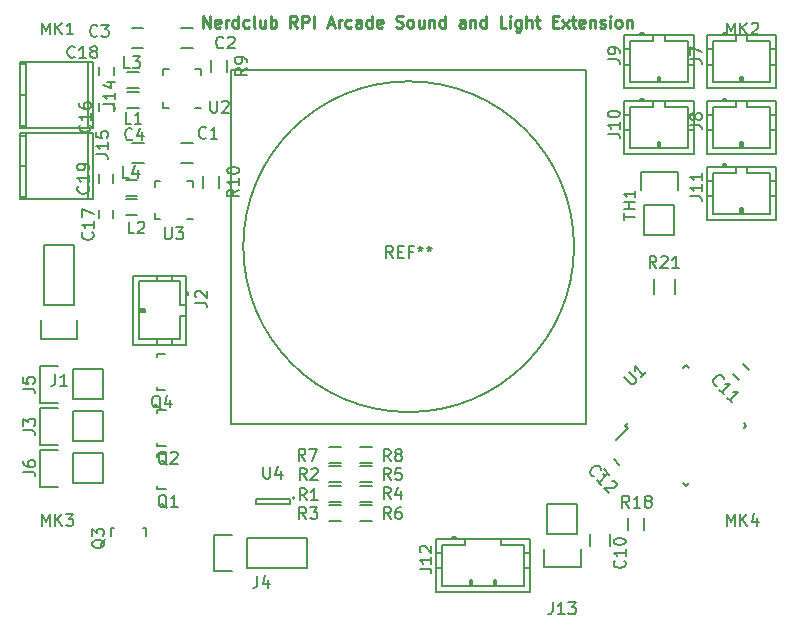
<source format=gto>
G04 #@! TF.GenerationSoftware,KiCad,Pcbnew,5.0.0-fee4fd1~66~ubuntu18.04.1*
G04 #@! TF.CreationDate,2018-10-05T21:53:21+02:00*
G04 #@! TF.ProjectId,rasle,7261736C652E6B696361645F70636200,rev?*
G04 #@! TF.SameCoordinates,Original*
G04 #@! TF.FileFunction,Legend,Top*
G04 #@! TF.FilePolarity,Positive*
%FSLAX46Y46*%
G04 Gerber Fmt 4.6, Leading zero omitted, Abs format (unit mm)*
G04 Created by KiCad (PCBNEW 5.0.0-fee4fd1~66~ubuntu18.04.1) date Fri Oct  5 21:53:21 2018*
%MOMM*%
%LPD*%
G01*
G04 APERTURE LIST*
%ADD10C,0.250000*%
%ADD11C,0.150000*%
G04 APERTURE END LIST*
D10*
X215842342Y-101074780D02*
X215842342Y-100074780D01*
X216413771Y-101074780D01*
X216413771Y-100074780D01*
X217270914Y-101027161D02*
X217175676Y-101074780D01*
X216985200Y-101074780D01*
X216889961Y-101027161D01*
X216842342Y-100931923D01*
X216842342Y-100550971D01*
X216889961Y-100455733D01*
X216985200Y-100408114D01*
X217175676Y-100408114D01*
X217270914Y-100455733D01*
X217318533Y-100550971D01*
X217318533Y-100646209D01*
X216842342Y-100741447D01*
X217747104Y-101074780D02*
X217747104Y-100408114D01*
X217747104Y-100598590D02*
X217794723Y-100503352D01*
X217842342Y-100455733D01*
X217937580Y-100408114D01*
X218032819Y-100408114D01*
X218794723Y-101074780D02*
X218794723Y-100074780D01*
X218794723Y-101027161D02*
X218699485Y-101074780D01*
X218509009Y-101074780D01*
X218413771Y-101027161D01*
X218366152Y-100979542D01*
X218318533Y-100884304D01*
X218318533Y-100598590D01*
X218366152Y-100503352D01*
X218413771Y-100455733D01*
X218509009Y-100408114D01*
X218699485Y-100408114D01*
X218794723Y-100455733D01*
X219699485Y-101027161D02*
X219604247Y-101074780D01*
X219413771Y-101074780D01*
X219318533Y-101027161D01*
X219270914Y-100979542D01*
X219223295Y-100884304D01*
X219223295Y-100598590D01*
X219270914Y-100503352D01*
X219318533Y-100455733D01*
X219413771Y-100408114D01*
X219604247Y-100408114D01*
X219699485Y-100455733D01*
X220270914Y-101074780D02*
X220175676Y-101027161D01*
X220128057Y-100931923D01*
X220128057Y-100074780D01*
X221080438Y-100408114D02*
X221080438Y-101074780D01*
X220651866Y-100408114D02*
X220651866Y-100931923D01*
X220699485Y-101027161D01*
X220794723Y-101074780D01*
X220937580Y-101074780D01*
X221032819Y-101027161D01*
X221080438Y-100979542D01*
X221556628Y-101074780D02*
X221556628Y-100074780D01*
X221556628Y-100455733D02*
X221651866Y-100408114D01*
X221842342Y-100408114D01*
X221937580Y-100455733D01*
X221985200Y-100503352D01*
X222032819Y-100598590D01*
X222032819Y-100884304D01*
X221985200Y-100979542D01*
X221937580Y-101027161D01*
X221842342Y-101074780D01*
X221651866Y-101074780D01*
X221556628Y-101027161D01*
X223794723Y-101074780D02*
X223461390Y-100598590D01*
X223223295Y-101074780D02*
X223223295Y-100074780D01*
X223604247Y-100074780D01*
X223699485Y-100122400D01*
X223747104Y-100170019D01*
X223794723Y-100265257D01*
X223794723Y-100408114D01*
X223747104Y-100503352D01*
X223699485Y-100550971D01*
X223604247Y-100598590D01*
X223223295Y-100598590D01*
X224223295Y-101074780D02*
X224223295Y-100074780D01*
X224604247Y-100074780D01*
X224699485Y-100122400D01*
X224747104Y-100170019D01*
X224794723Y-100265257D01*
X224794723Y-100408114D01*
X224747104Y-100503352D01*
X224699485Y-100550971D01*
X224604247Y-100598590D01*
X224223295Y-100598590D01*
X225223295Y-101074780D02*
X225223295Y-100074780D01*
X226413771Y-100789066D02*
X226889961Y-100789066D01*
X226318533Y-101074780D02*
X226651866Y-100074780D01*
X226985200Y-101074780D01*
X227318533Y-101074780D02*
X227318533Y-100408114D01*
X227318533Y-100598590D02*
X227366152Y-100503352D01*
X227413771Y-100455733D01*
X227509009Y-100408114D01*
X227604247Y-100408114D01*
X228366152Y-101027161D02*
X228270914Y-101074780D01*
X228080438Y-101074780D01*
X227985200Y-101027161D01*
X227937580Y-100979542D01*
X227889961Y-100884304D01*
X227889961Y-100598590D01*
X227937580Y-100503352D01*
X227985200Y-100455733D01*
X228080438Y-100408114D01*
X228270914Y-100408114D01*
X228366152Y-100455733D01*
X229223295Y-101074780D02*
X229223295Y-100550971D01*
X229175676Y-100455733D01*
X229080438Y-100408114D01*
X228889961Y-100408114D01*
X228794723Y-100455733D01*
X229223295Y-101027161D02*
X229128057Y-101074780D01*
X228889961Y-101074780D01*
X228794723Y-101027161D01*
X228747104Y-100931923D01*
X228747104Y-100836685D01*
X228794723Y-100741447D01*
X228889961Y-100693828D01*
X229128057Y-100693828D01*
X229223295Y-100646209D01*
X230128057Y-101074780D02*
X230128057Y-100074780D01*
X230128057Y-101027161D02*
X230032819Y-101074780D01*
X229842342Y-101074780D01*
X229747104Y-101027161D01*
X229699485Y-100979542D01*
X229651866Y-100884304D01*
X229651866Y-100598590D01*
X229699485Y-100503352D01*
X229747104Y-100455733D01*
X229842342Y-100408114D01*
X230032819Y-100408114D01*
X230128057Y-100455733D01*
X230985200Y-101027161D02*
X230889961Y-101074780D01*
X230699485Y-101074780D01*
X230604247Y-101027161D01*
X230556628Y-100931923D01*
X230556628Y-100550971D01*
X230604247Y-100455733D01*
X230699485Y-100408114D01*
X230889961Y-100408114D01*
X230985200Y-100455733D01*
X231032819Y-100550971D01*
X231032819Y-100646209D01*
X230556628Y-100741447D01*
X232175676Y-101027161D02*
X232318533Y-101074780D01*
X232556628Y-101074780D01*
X232651866Y-101027161D01*
X232699485Y-100979542D01*
X232747104Y-100884304D01*
X232747104Y-100789066D01*
X232699485Y-100693828D01*
X232651866Y-100646209D01*
X232556628Y-100598590D01*
X232366152Y-100550971D01*
X232270914Y-100503352D01*
X232223295Y-100455733D01*
X232175676Y-100360495D01*
X232175676Y-100265257D01*
X232223295Y-100170019D01*
X232270914Y-100122400D01*
X232366152Y-100074780D01*
X232604247Y-100074780D01*
X232747104Y-100122400D01*
X233318533Y-101074780D02*
X233223295Y-101027161D01*
X233175676Y-100979542D01*
X233128057Y-100884304D01*
X233128057Y-100598590D01*
X233175676Y-100503352D01*
X233223295Y-100455733D01*
X233318533Y-100408114D01*
X233461390Y-100408114D01*
X233556628Y-100455733D01*
X233604247Y-100503352D01*
X233651866Y-100598590D01*
X233651866Y-100884304D01*
X233604247Y-100979542D01*
X233556628Y-101027161D01*
X233461390Y-101074780D01*
X233318533Y-101074780D01*
X234509009Y-100408114D02*
X234509009Y-101074780D01*
X234080438Y-100408114D02*
X234080438Y-100931923D01*
X234128057Y-101027161D01*
X234223295Y-101074780D01*
X234366152Y-101074780D01*
X234461390Y-101027161D01*
X234509009Y-100979542D01*
X234985200Y-100408114D02*
X234985200Y-101074780D01*
X234985200Y-100503352D02*
X235032819Y-100455733D01*
X235128057Y-100408114D01*
X235270914Y-100408114D01*
X235366152Y-100455733D01*
X235413771Y-100550971D01*
X235413771Y-101074780D01*
X236318533Y-101074780D02*
X236318533Y-100074780D01*
X236318533Y-101027161D02*
X236223295Y-101074780D01*
X236032819Y-101074780D01*
X235937580Y-101027161D01*
X235889961Y-100979542D01*
X235842342Y-100884304D01*
X235842342Y-100598590D01*
X235889961Y-100503352D01*
X235937580Y-100455733D01*
X236032819Y-100408114D01*
X236223295Y-100408114D01*
X236318533Y-100455733D01*
X237985199Y-101074780D02*
X237985199Y-100550971D01*
X237937580Y-100455733D01*
X237842342Y-100408114D01*
X237651866Y-100408114D01*
X237556628Y-100455733D01*
X237985199Y-101027161D02*
X237889961Y-101074780D01*
X237651866Y-101074780D01*
X237556628Y-101027161D01*
X237509009Y-100931923D01*
X237509009Y-100836685D01*
X237556628Y-100741447D01*
X237651866Y-100693828D01*
X237889961Y-100693828D01*
X237985199Y-100646209D01*
X238461390Y-100408114D02*
X238461390Y-101074780D01*
X238461390Y-100503352D02*
X238509009Y-100455733D01*
X238604247Y-100408114D01*
X238747104Y-100408114D01*
X238842342Y-100455733D01*
X238889961Y-100550971D01*
X238889961Y-101074780D01*
X239794723Y-101074780D02*
X239794723Y-100074780D01*
X239794723Y-101027161D02*
X239699485Y-101074780D01*
X239509009Y-101074780D01*
X239413771Y-101027161D01*
X239366152Y-100979542D01*
X239318533Y-100884304D01*
X239318533Y-100598590D01*
X239366152Y-100503352D01*
X239413771Y-100455733D01*
X239509009Y-100408114D01*
X239699485Y-100408114D01*
X239794723Y-100455733D01*
X241509009Y-101074780D02*
X241032819Y-101074780D01*
X241032819Y-100074780D01*
X241842342Y-101074780D02*
X241842342Y-100408114D01*
X241842342Y-100074780D02*
X241794723Y-100122400D01*
X241842342Y-100170019D01*
X241889961Y-100122400D01*
X241842342Y-100074780D01*
X241842342Y-100170019D01*
X242747104Y-100408114D02*
X242747104Y-101217638D01*
X242699485Y-101312876D01*
X242651866Y-101360495D01*
X242556628Y-101408114D01*
X242413771Y-101408114D01*
X242318533Y-101360495D01*
X242747104Y-101027161D02*
X242651866Y-101074780D01*
X242461390Y-101074780D01*
X242366152Y-101027161D01*
X242318533Y-100979542D01*
X242270914Y-100884304D01*
X242270914Y-100598590D01*
X242318533Y-100503352D01*
X242366152Y-100455733D01*
X242461390Y-100408114D01*
X242651866Y-100408114D01*
X242747104Y-100455733D01*
X243223295Y-101074780D02*
X243223295Y-100074780D01*
X243651866Y-101074780D02*
X243651866Y-100550971D01*
X243604247Y-100455733D01*
X243509009Y-100408114D01*
X243366152Y-100408114D01*
X243270914Y-100455733D01*
X243223295Y-100503352D01*
X243985199Y-100408114D02*
X244366152Y-100408114D01*
X244128057Y-100074780D02*
X244128057Y-100931923D01*
X244175676Y-101027161D01*
X244270914Y-101074780D01*
X244366152Y-101074780D01*
X245461390Y-100550971D02*
X245794723Y-100550971D01*
X245937580Y-101074780D02*
X245461390Y-101074780D01*
X245461390Y-100074780D01*
X245937580Y-100074780D01*
X246270914Y-101074780D02*
X246794723Y-100408114D01*
X246270914Y-100408114D02*
X246794723Y-101074780D01*
X247032819Y-100408114D02*
X247413771Y-100408114D01*
X247175676Y-100074780D02*
X247175676Y-100931923D01*
X247223295Y-101027161D01*
X247318533Y-101074780D01*
X247413771Y-101074780D01*
X248128057Y-101027161D02*
X248032819Y-101074780D01*
X247842342Y-101074780D01*
X247747104Y-101027161D01*
X247699485Y-100931923D01*
X247699485Y-100550971D01*
X247747104Y-100455733D01*
X247842342Y-100408114D01*
X248032819Y-100408114D01*
X248128057Y-100455733D01*
X248175676Y-100550971D01*
X248175676Y-100646209D01*
X247699485Y-100741447D01*
X248604247Y-100408114D02*
X248604247Y-101074780D01*
X248604247Y-100503352D02*
X248651866Y-100455733D01*
X248747104Y-100408114D01*
X248889961Y-100408114D01*
X248985199Y-100455733D01*
X249032819Y-100550971D01*
X249032819Y-101074780D01*
X249461390Y-101027161D02*
X249556628Y-101074780D01*
X249747104Y-101074780D01*
X249842342Y-101027161D01*
X249889961Y-100931923D01*
X249889961Y-100884304D01*
X249842342Y-100789066D01*
X249747104Y-100741447D01*
X249604247Y-100741447D01*
X249509009Y-100693828D01*
X249461390Y-100598590D01*
X249461390Y-100550971D01*
X249509009Y-100455733D01*
X249604247Y-100408114D01*
X249747104Y-100408114D01*
X249842342Y-100455733D01*
X250318533Y-101074780D02*
X250318533Y-100408114D01*
X250318533Y-100074780D02*
X250270914Y-100122400D01*
X250318533Y-100170019D01*
X250366152Y-100122400D01*
X250318533Y-100074780D01*
X250318533Y-100170019D01*
X250937580Y-101074780D02*
X250842342Y-101027161D01*
X250794723Y-100979542D01*
X250747104Y-100884304D01*
X250747104Y-100598590D01*
X250794723Y-100503352D01*
X250842342Y-100455733D01*
X250937580Y-100408114D01*
X251080438Y-100408114D01*
X251175676Y-100455733D01*
X251223295Y-100503352D01*
X251270914Y-100598590D01*
X251270914Y-100884304D01*
X251223295Y-100979542D01*
X251175676Y-101027161D01*
X251080438Y-101074780D01*
X250937580Y-101074780D01*
X251699485Y-100408114D02*
X251699485Y-101074780D01*
X251699485Y-100503352D02*
X251747104Y-100455733D01*
X251842342Y-100408114D01*
X251985199Y-100408114D01*
X252080438Y-100455733D01*
X252128057Y-100550971D01*
X252128057Y-101074780D01*
D11*
G04 #@! TO.C,REF\002A\002A*
X247245400Y-119618400D02*
G75*
G03X247245400Y-119618400I-14000000J0D01*
G01*
X218245400Y-104618400D02*
X248245400Y-104618400D01*
X248245400Y-104618400D02*
X248245400Y-134618400D01*
X248245400Y-134618400D02*
X218245400Y-134618400D01*
X218245400Y-134618400D02*
X218245400Y-104618400D01*
G04 #@! TO.C,R8*
X230141800Y-137924200D02*
X229141800Y-137924200D01*
X229141800Y-136574200D02*
X230141800Y-136574200D01*
G04 #@! TO.C,R4*
X230141800Y-141226200D02*
X229141800Y-141226200D01*
X229141800Y-139876200D02*
X230141800Y-139876200D01*
G04 #@! TO.C,U4*
X223578000Y-140894000D02*
G75*
G03X223578000Y-140894000I-100000J0D01*
G01*
X223228000Y-141444000D02*
X223228000Y-140944000D01*
X220328000Y-141444000D02*
X223228000Y-141444000D01*
X220328000Y-140944000D02*
X220328000Y-141444000D01*
X223228000Y-140944000D02*
X220328000Y-140944000D01*
G04 #@! TO.C,J2*
X210400000Y-125015800D02*
X210900000Y-125015800D01*
X210900000Y-125115800D02*
X210400000Y-125115800D01*
X210900000Y-124915800D02*
X210900000Y-125115800D01*
X210400000Y-124915800D02*
X210900000Y-124915800D01*
X214500000Y-123715800D02*
X214500000Y-123415800D01*
X214600000Y-123415800D02*
X214400000Y-123415800D01*
X214600000Y-123715800D02*
X214600000Y-123415800D01*
X214400000Y-123715800D02*
X214600000Y-123715800D01*
X211900000Y-127465800D02*
X211900000Y-127965800D01*
X213200000Y-127465800D02*
X213200000Y-127965800D01*
X211900000Y-122065800D02*
X211900000Y-122565800D01*
X213200000Y-122065800D02*
X213200000Y-122565800D01*
X213900000Y-125515800D02*
X214400000Y-125515800D01*
X213900000Y-127465800D02*
X213900000Y-125515800D01*
X210400000Y-127465800D02*
X213900000Y-127465800D01*
X210400000Y-122565800D02*
X210400000Y-127465800D01*
X213900000Y-122565800D02*
X210400000Y-122565800D01*
X213900000Y-124515800D02*
X213900000Y-122565800D01*
X214400000Y-124515800D02*
X213900000Y-124515800D01*
X209900000Y-127965800D02*
X209900000Y-122065800D01*
X214400000Y-127965800D02*
X209900000Y-127965800D01*
X214400000Y-122065800D02*
X214400000Y-127965800D01*
X209900000Y-122065800D02*
X214400000Y-122065800D01*
G04 #@! TO.C,C4*
X210812400Y-110872200D02*
X209812400Y-110872200D01*
X209812400Y-112572200D02*
X210812400Y-112572200D01*
G04 #@! TO.C,J1*
X204927600Y-124574600D02*
X204927600Y-119494600D01*
X204927600Y-119494600D02*
X202387600Y-119494600D01*
X202387600Y-119494600D02*
X202387600Y-124574600D01*
X202107600Y-127394600D02*
X202107600Y-125844600D01*
X202387600Y-124574600D02*
X204927600Y-124574600D01*
X205207600Y-125844600D02*
X205207600Y-127394600D01*
X205207600Y-127394600D02*
X202107600Y-127394600D01*
G04 #@! TO.C,J11*
X261426600Y-116841600D02*
X261426600Y-116341600D01*
X261526600Y-116341600D02*
X261526600Y-116841600D01*
X261326600Y-116341600D02*
X261526600Y-116341600D01*
X261326600Y-116841600D02*
X261326600Y-116341600D01*
X260126600Y-112741600D02*
X259826600Y-112741600D01*
X259826600Y-112641600D02*
X259826600Y-112841600D01*
X260126600Y-112641600D02*
X259826600Y-112641600D01*
X260126600Y-112841600D02*
X260126600Y-112641600D01*
X263876600Y-115341600D02*
X264376600Y-115341600D01*
X263876600Y-114041600D02*
X264376600Y-114041600D01*
X258476600Y-115341600D02*
X258976600Y-115341600D01*
X258476600Y-114041600D02*
X258976600Y-114041600D01*
X261926600Y-113341600D02*
X261926600Y-112841600D01*
X263876600Y-113341600D02*
X261926600Y-113341600D01*
X263876600Y-116841600D02*
X263876600Y-113341600D01*
X258976600Y-116841600D02*
X263876600Y-116841600D01*
X258976600Y-113341600D02*
X258976600Y-116841600D01*
X260926600Y-113341600D02*
X258976600Y-113341600D01*
X260926600Y-112841600D02*
X260926600Y-113341600D01*
X264376600Y-117341600D02*
X258476600Y-117341600D01*
X264376600Y-112841600D02*
X264376600Y-117341600D01*
X258476600Y-112841600D02*
X264376600Y-112841600D01*
X258476600Y-117341600D02*
X258476600Y-112841600D01*
G04 #@! TO.C,J10*
X254448200Y-111279000D02*
X254448200Y-110779000D01*
X254548200Y-110779000D02*
X254548200Y-111279000D01*
X254348200Y-110779000D02*
X254548200Y-110779000D01*
X254348200Y-111279000D02*
X254348200Y-110779000D01*
X253148200Y-107179000D02*
X252848200Y-107179000D01*
X252848200Y-107079000D02*
X252848200Y-107279000D01*
X253148200Y-107079000D02*
X252848200Y-107079000D01*
X253148200Y-107279000D02*
X253148200Y-107079000D01*
X256898200Y-109779000D02*
X257398200Y-109779000D01*
X256898200Y-108479000D02*
X257398200Y-108479000D01*
X251498200Y-109779000D02*
X251998200Y-109779000D01*
X251498200Y-108479000D02*
X251998200Y-108479000D01*
X254948200Y-107779000D02*
X254948200Y-107279000D01*
X256898200Y-107779000D02*
X254948200Y-107779000D01*
X256898200Y-111279000D02*
X256898200Y-107779000D01*
X251998200Y-111279000D02*
X256898200Y-111279000D01*
X251998200Y-107779000D02*
X251998200Y-111279000D01*
X253948200Y-107779000D02*
X251998200Y-107779000D01*
X253948200Y-107279000D02*
X253948200Y-107779000D01*
X257398200Y-111779000D02*
X251498200Y-111779000D01*
X257398200Y-107279000D02*
X257398200Y-111779000D01*
X251498200Y-107279000D02*
X257398200Y-107279000D01*
X251498200Y-111779000D02*
X251498200Y-107279000D01*
G04 #@! TO.C,J7*
X261426600Y-105716400D02*
X261426600Y-105216400D01*
X261526600Y-105216400D02*
X261526600Y-105716400D01*
X261326600Y-105216400D02*
X261526600Y-105216400D01*
X261326600Y-105716400D02*
X261326600Y-105216400D01*
X260126600Y-101616400D02*
X259826600Y-101616400D01*
X259826600Y-101516400D02*
X259826600Y-101716400D01*
X260126600Y-101516400D02*
X259826600Y-101516400D01*
X260126600Y-101716400D02*
X260126600Y-101516400D01*
X263876600Y-104216400D02*
X264376600Y-104216400D01*
X263876600Y-102916400D02*
X264376600Y-102916400D01*
X258476600Y-104216400D02*
X258976600Y-104216400D01*
X258476600Y-102916400D02*
X258976600Y-102916400D01*
X261926600Y-102216400D02*
X261926600Y-101716400D01*
X263876600Y-102216400D02*
X261926600Y-102216400D01*
X263876600Y-105716400D02*
X263876600Y-102216400D01*
X258976600Y-105716400D02*
X263876600Y-105716400D01*
X258976600Y-102216400D02*
X258976600Y-105716400D01*
X260926600Y-102216400D02*
X258976600Y-102216400D01*
X260926600Y-101716400D02*
X260926600Y-102216400D01*
X264376600Y-106216400D02*
X258476600Y-106216400D01*
X264376600Y-101716400D02*
X264376600Y-106216400D01*
X258476600Y-101716400D02*
X264376600Y-101716400D01*
X258476600Y-106216400D02*
X258476600Y-101716400D01*
G04 #@! TO.C,J4*
X216763400Y-147105000D02*
X216763400Y-144005000D01*
X218313400Y-147105000D02*
X216763400Y-147105000D01*
X219583400Y-144285000D02*
X219583400Y-146825000D01*
X216763400Y-144005000D02*
X218313400Y-144005000D01*
X224663400Y-144285000D02*
X219583400Y-144285000D01*
X224663400Y-146825000D02*
X224663400Y-144285000D01*
X219583400Y-146825000D02*
X224663400Y-146825000D01*
G04 #@! TO.C,U1*
X251585430Y-134769642D02*
X251815240Y-134999452D01*
X256711954Y-129643118D02*
X256941764Y-129872928D01*
X261838478Y-134769642D02*
X261608668Y-134539832D01*
X256711954Y-139896166D02*
X256482144Y-139666356D01*
X251585430Y-134769642D02*
X251815240Y-134539832D01*
X256711954Y-139896166D02*
X256941764Y-139666356D01*
X261838478Y-134769642D02*
X261608668Y-134999452D01*
X256711954Y-129643118D02*
X256482144Y-129872928D01*
X251815240Y-134999452D02*
X250807612Y-136007079D01*
G04 #@! TO.C,C11*
X261586357Y-129572129D02*
X262081331Y-130067103D01*
X261232803Y-130915631D02*
X260737829Y-130420657D01*
G04 #@! TO.C,C12*
X250598847Y-137571119D02*
X251093821Y-138066093D01*
X250245293Y-138914621D02*
X249750319Y-138419647D01*
G04 #@! TO.C,Q3*
X210824160Y-143406160D02*
X210775900Y-143406160D01*
X208025180Y-144107200D02*
X208025180Y-143406160D01*
X208025180Y-143406160D02*
X208274100Y-143406160D01*
X210824160Y-143406160D02*
X211024820Y-143406160D01*
X211024820Y-143406160D02*
X211024820Y-144107200D01*
G04 #@! TO.C,J6*
X207391400Y-139662200D02*
X207391400Y-137122200D01*
X204851400Y-139662200D02*
X207391400Y-139662200D01*
X202031400Y-139942200D02*
X202031400Y-136842200D01*
X203581400Y-139942200D02*
X202031400Y-139942200D01*
X204851400Y-137122200D02*
X204851400Y-139662200D01*
X202031400Y-136842200D02*
X203581400Y-136842200D01*
X204851400Y-137122200D02*
X207391400Y-137122200D01*
G04 #@! TO.C,J3*
X207391400Y-136106200D02*
X207391400Y-133566200D01*
X204851400Y-136106200D02*
X207391400Y-136106200D01*
X202031400Y-136386200D02*
X202031400Y-133286200D01*
X203581400Y-136386200D02*
X202031400Y-136386200D01*
X204851400Y-133566200D02*
X204851400Y-136106200D01*
X202031400Y-133286200D02*
X203581400Y-133286200D01*
X204851400Y-133566200D02*
X207391400Y-133566200D01*
G04 #@! TO.C,J5*
X207391400Y-132550200D02*
X207391400Y-130010200D01*
X204851400Y-132550200D02*
X207391400Y-132550200D01*
X202031400Y-132830200D02*
X202031400Y-129730200D01*
X203581400Y-132830200D02*
X202031400Y-132830200D01*
X204851400Y-130010200D02*
X204851400Y-132550200D01*
X202031400Y-129730200D02*
X203581400Y-129730200D01*
X204851400Y-130010200D02*
X207391400Y-130010200D01*
G04 #@! TO.C,Q1*
X211973560Y-137347040D02*
X211973560Y-137395300D01*
X212674600Y-140146020D02*
X211973560Y-140146020D01*
X211973560Y-140146020D02*
X211973560Y-139897100D01*
X211973560Y-137347040D02*
X211973560Y-137146380D01*
X211973560Y-137146380D02*
X212674600Y-137146380D01*
G04 #@! TO.C,R3*
X227513600Y-142877200D02*
X226513600Y-142877200D01*
X226513600Y-141527200D02*
X227513600Y-141527200D01*
G04 #@! TO.C,R1*
X227500200Y-141226200D02*
X226500200Y-141226200D01*
X226500200Y-139876200D02*
X227500200Y-139876200D01*
G04 #@! TO.C,R2*
X227500200Y-139575200D02*
X226500200Y-139575200D01*
X226500200Y-138225200D02*
X227500200Y-138225200D01*
G04 #@! TO.C,R5*
X230141800Y-139575200D02*
X229141800Y-139575200D01*
X229141800Y-138225200D02*
X230141800Y-138225200D01*
G04 #@! TO.C,R6*
X230167200Y-142877200D02*
X229167200Y-142877200D01*
X229167200Y-141527200D02*
X230167200Y-141527200D01*
G04 #@! TO.C,R7*
X227500200Y-137924200D02*
X226500200Y-137924200D01*
X226500200Y-136574200D02*
X227500200Y-136574200D01*
G04 #@! TO.C,R9*
X217845400Y-103830800D02*
X217845400Y-104830800D01*
X216495400Y-104830800D02*
X216495400Y-103830800D01*
G04 #@! TO.C,R10*
X217210400Y-113635200D02*
X217210400Y-114635200D01*
X215860400Y-114635200D02*
X215860400Y-113635200D01*
G04 #@! TO.C,R18*
X251852200Y-143628600D02*
X251852200Y-142628600D01*
X253202200Y-142628600D02*
X253202200Y-143628600D01*
G04 #@! TO.C,C10*
X250329200Y-144962800D02*
X250329200Y-143962800D01*
X248629200Y-143962800D02*
X248629200Y-144962800D01*
G04 #@! TO.C,C3*
X209787000Y-102818600D02*
X210787000Y-102818600D01*
X210787000Y-101118600D02*
X209787000Y-101118600D01*
G04 #@! TO.C,C1*
X214978000Y-110872200D02*
X213978000Y-110872200D01*
X213978000Y-112572200D02*
X214978000Y-112572200D01*
G04 #@! TO.C,C2*
X213983400Y-102818600D02*
X214983400Y-102818600D01*
X214983400Y-101118600D02*
X213983400Y-101118600D01*
G04 #@! TO.C,J8*
X258476600Y-111779000D02*
X258476600Y-107279000D01*
X258476600Y-107279000D02*
X264376600Y-107279000D01*
X264376600Y-107279000D02*
X264376600Y-111779000D01*
X264376600Y-111779000D02*
X258476600Y-111779000D01*
X260926600Y-107279000D02*
X260926600Y-107779000D01*
X260926600Y-107779000D02*
X258976600Y-107779000D01*
X258976600Y-107779000D02*
X258976600Y-111279000D01*
X258976600Y-111279000D02*
X263876600Y-111279000D01*
X263876600Y-111279000D02*
X263876600Y-107779000D01*
X263876600Y-107779000D02*
X261926600Y-107779000D01*
X261926600Y-107779000D02*
X261926600Y-107279000D01*
X258476600Y-108479000D02*
X258976600Y-108479000D01*
X258476600Y-109779000D02*
X258976600Y-109779000D01*
X263876600Y-108479000D02*
X264376600Y-108479000D01*
X263876600Y-109779000D02*
X264376600Y-109779000D01*
X260126600Y-107279000D02*
X260126600Y-107079000D01*
X260126600Y-107079000D02*
X259826600Y-107079000D01*
X259826600Y-107079000D02*
X259826600Y-107279000D01*
X260126600Y-107179000D02*
X259826600Y-107179000D01*
X261326600Y-111279000D02*
X261326600Y-110779000D01*
X261326600Y-110779000D02*
X261526600Y-110779000D01*
X261526600Y-110779000D02*
X261526600Y-111279000D01*
X261426600Y-111279000D02*
X261426600Y-110779000D01*
G04 #@! TO.C,J9*
X251517000Y-106216400D02*
X251517000Y-101716400D01*
X251517000Y-101716400D02*
X257417000Y-101716400D01*
X257417000Y-101716400D02*
X257417000Y-106216400D01*
X257417000Y-106216400D02*
X251517000Y-106216400D01*
X253967000Y-101716400D02*
X253967000Y-102216400D01*
X253967000Y-102216400D02*
X252017000Y-102216400D01*
X252017000Y-102216400D02*
X252017000Y-105716400D01*
X252017000Y-105716400D02*
X256917000Y-105716400D01*
X256917000Y-105716400D02*
X256917000Y-102216400D01*
X256917000Y-102216400D02*
X254967000Y-102216400D01*
X254967000Y-102216400D02*
X254967000Y-101716400D01*
X251517000Y-102916400D02*
X252017000Y-102916400D01*
X251517000Y-104216400D02*
X252017000Y-104216400D01*
X256917000Y-102916400D02*
X257417000Y-102916400D01*
X256917000Y-104216400D02*
X257417000Y-104216400D01*
X253167000Y-101716400D02*
X253167000Y-101516400D01*
X253167000Y-101516400D02*
X252867000Y-101516400D01*
X252867000Y-101516400D02*
X252867000Y-101716400D01*
X253167000Y-101616400D02*
X252867000Y-101616400D01*
X254367000Y-105716400D02*
X254367000Y-105216400D01*
X254367000Y-105216400D02*
X254567000Y-105216400D01*
X254567000Y-105216400D02*
X254567000Y-105716400D01*
X254467000Y-105716400D02*
X254467000Y-105216400D01*
G04 #@! TO.C,J12*
X235597800Y-148863000D02*
X235597800Y-144363000D01*
X235597800Y-144363000D02*
X243497800Y-144363000D01*
X243497800Y-144363000D02*
X243497800Y-148863000D01*
X243497800Y-148863000D02*
X235597800Y-148863000D01*
X238047800Y-144363000D02*
X238047800Y-144863000D01*
X238047800Y-144863000D02*
X236097800Y-144863000D01*
X236097800Y-144863000D02*
X236097800Y-148363000D01*
X236097800Y-148363000D02*
X242997800Y-148363000D01*
X242997800Y-148363000D02*
X242997800Y-144863000D01*
X242997800Y-144863000D02*
X241047800Y-144863000D01*
X241047800Y-144863000D02*
X241047800Y-144363000D01*
X235597800Y-145563000D02*
X236097800Y-145563000D01*
X235597800Y-146863000D02*
X236097800Y-146863000D01*
X242997800Y-145563000D02*
X243497800Y-145563000D01*
X242997800Y-146863000D02*
X243497800Y-146863000D01*
X237247800Y-144363000D02*
X237247800Y-144163000D01*
X237247800Y-144163000D02*
X236947800Y-144163000D01*
X236947800Y-144163000D02*
X236947800Y-144363000D01*
X237247800Y-144263000D02*
X236947800Y-144263000D01*
X238447800Y-148363000D02*
X238447800Y-147863000D01*
X238447800Y-147863000D02*
X238647800Y-147863000D01*
X238647800Y-147863000D02*
X238647800Y-148363000D01*
X238547800Y-148363000D02*
X238547800Y-147863000D01*
X240447800Y-148363000D02*
X240447800Y-147863000D01*
X240447800Y-147863000D02*
X240647800Y-147863000D01*
X240647800Y-147863000D02*
X240647800Y-148363000D01*
X240547800Y-148363000D02*
X240547800Y-147863000D01*
G04 #@! TO.C,Q2*
X211973560Y-133689440D02*
X211973560Y-133737700D01*
X212674600Y-136488420D02*
X211973560Y-136488420D01*
X211973560Y-136488420D02*
X211973560Y-136239500D01*
X211973560Y-133689440D02*
X211973560Y-133488780D01*
X211973560Y-133488780D02*
X212674600Y-133488780D01*
G04 #@! TO.C,Q4*
X211948160Y-128939640D02*
X211948160Y-128987900D01*
X212649200Y-131738620D02*
X211948160Y-131738620D01*
X211948160Y-131738620D02*
X211948160Y-131489700D01*
X211948160Y-128939640D02*
X211948160Y-128738980D01*
X211948160Y-128738980D02*
X212649200Y-128738980D01*
G04 #@! TO.C,R21*
X255764400Y-122387060D02*
X255764400Y-123587060D01*
X254014400Y-123587060D02*
X254014400Y-122387060D01*
G04 #@! TO.C,TH1*
X255753000Y-116124020D02*
X255753000Y-118664020D01*
X256033000Y-113304020D02*
X256033000Y-114854020D01*
X255753000Y-116124020D02*
X253213000Y-116124020D01*
X252933000Y-114854020D02*
X252933000Y-113304020D01*
X252933000Y-113304020D02*
X256033000Y-113304020D01*
X253213000Y-116124020D02*
X253213000Y-118664020D01*
X253213000Y-118664020D02*
X255753000Y-118664020D01*
G04 #@! TO.C,U2*
X212446600Y-107860800D02*
X212946600Y-107860800D01*
X212446600Y-104610800D02*
X212946600Y-104610800D01*
X215696600Y-104610800D02*
X215196600Y-104610800D01*
X215696600Y-107860800D02*
X215196600Y-107860800D01*
X212446600Y-104610800D02*
X212446600Y-105110800D01*
X215696600Y-104610800D02*
X215696600Y-105110800D01*
X212446600Y-107860800D02*
X212446600Y-107360800D01*
G04 #@! TO.C,U3*
X211735400Y-117309600D02*
X211735400Y-116809600D01*
X214985400Y-114059600D02*
X214985400Y-114559600D01*
X211735400Y-114059600D02*
X211735400Y-114559600D01*
X214985400Y-117309600D02*
X214485400Y-117309600D01*
X214985400Y-114059600D02*
X214485400Y-114059600D01*
X211735400Y-114059600D02*
X212235400Y-114059600D01*
X211735400Y-117309600D02*
X212235400Y-117309600D01*
G04 #@! TO.C,C16*
X207070800Y-108123200D02*
X207070800Y-107423200D01*
X208270800Y-107423200D02*
X208270800Y-108123200D01*
G04 #@! TO.C,C17*
X207045400Y-117203000D02*
X207045400Y-116503000D01*
X208245400Y-116503000D02*
X208245400Y-117203000D01*
G04 #@! TO.C,C18*
X207070800Y-105124600D02*
X207070800Y-104424600D01*
X208270800Y-104424600D02*
X208270800Y-105124600D01*
G04 #@! TO.C,C19*
X207045400Y-114205800D02*
X207045400Y-113505800D01*
X208245400Y-113505800D02*
X208245400Y-114205800D01*
G04 #@! TO.C,L1*
X210431400Y-107850600D02*
X209431400Y-107850600D01*
X209431400Y-106500600D02*
X210431400Y-106500600D01*
G04 #@! TO.C,L2*
X210279000Y-116969200D02*
X209279000Y-116969200D01*
X209279000Y-115619200D02*
X210279000Y-115619200D01*
G04 #@! TO.C,L3*
X209431400Y-104849600D02*
X210431400Y-104849600D01*
X210431400Y-106199600D02*
X209431400Y-106199600D01*
G04 #@! TO.C,L4*
X209279000Y-113942800D02*
X210279000Y-113942800D01*
X210279000Y-115292800D02*
X209279000Y-115292800D01*
G04 #@! TO.C,J14*
X206525119Y-103962841D02*
X200327519Y-103962841D01*
X206525119Y-109561001D02*
X206525119Y-103962841D01*
X200327519Y-109561001D02*
X206525119Y-109561001D01*
X200327519Y-103962841D02*
X200327519Y-109561001D01*
X206126339Y-103962841D02*
X206126339Y-109561001D01*
X200327519Y-106761921D02*
X200825359Y-106761921D01*
X200825359Y-109362881D02*
X200327519Y-109362881D01*
X200327519Y-104160961D02*
X200825359Y-104160961D01*
X200825359Y-109561001D02*
X200825359Y-103962841D01*
G04 #@! TO.C,J15*
X200825359Y-115611001D02*
X200825359Y-110012841D01*
X200327519Y-110210961D02*
X200825359Y-110210961D01*
X200825359Y-115412881D02*
X200327519Y-115412881D01*
X200327519Y-112811921D02*
X200825359Y-112811921D01*
X206126339Y-110012841D02*
X206126339Y-115611001D01*
X200327519Y-110012841D02*
X200327519Y-115611001D01*
X200327519Y-115611001D02*
X206525119Y-115611001D01*
X206525119Y-115611001D02*
X206525119Y-110012841D01*
X206525119Y-110012841D02*
X200327519Y-110012841D01*
G04 #@! TO.C,J13*
X244983400Y-143904000D02*
X244983400Y-141364000D01*
X244703400Y-146724000D02*
X244703400Y-145174000D01*
X244983400Y-143904000D02*
X247523400Y-143904000D01*
X247803400Y-145174000D02*
X247803400Y-146724000D01*
X247803400Y-146724000D02*
X244703400Y-146724000D01*
X247523400Y-143904000D02*
X247523400Y-141364000D01*
X247523400Y-141364000D02*
X244983400Y-141364000D01*
G04 #@! TO.C,REF\002A\002A*
X231912066Y-120570780D02*
X231578733Y-120094590D01*
X231340638Y-120570780D02*
X231340638Y-119570780D01*
X231721590Y-119570780D01*
X231816828Y-119618400D01*
X231864447Y-119666019D01*
X231912066Y-119761257D01*
X231912066Y-119904114D01*
X231864447Y-119999352D01*
X231816828Y-120046971D01*
X231721590Y-120094590D01*
X231340638Y-120094590D01*
X232340638Y-120046971D02*
X232673971Y-120046971D01*
X232816828Y-120570780D02*
X232340638Y-120570780D01*
X232340638Y-119570780D01*
X232816828Y-119570780D01*
X233578733Y-120046971D02*
X233245400Y-120046971D01*
X233245400Y-120570780D02*
X233245400Y-119570780D01*
X233721590Y-119570780D01*
X234245400Y-119570780D02*
X234245400Y-119808876D01*
X234007304Y-119713638D02*
X234245400Y-119808876D01*
X234483495Y-119713638D01*
X234102542Y-119999352D02*
X234245400Y-119808876D01*
X234388257Y-119999352D01*
X235007304Y-119570780D02*
X235007304Y-119808876D01*
X234769209Y-119713638D02*
X235007304Y-119808876D01*
X235245400Y-119713638D01*
X234864447Y-119999352D02*
X235007304Y-119808876D01*
X235150161Y-119999352D01*
G04 #@! TO.C,R8*
X231710333Y-137777780D02*
X231377000Y-137301590D01*
X231138904Y-137777780D02*
X231138904Y-136777780D01*
X231519857Y-136777780D01*
X231615095Y-136825400D01*
X231662714Y-136873019D01*
X231710333Y-136968257D01*
X231710333Y-137111114D01*
X231662714Y-137206352D01*
X231615095Y-137253971D01*
X231519857Y-137301590D01*
X231138904Y-137301590D01*
X232281761Y-137206352D02*
X232186523Y-137158733D01*
X232138904Y-137111114D01*
X232091285Y-137015876D01*
X232091285Y-136968257D01*
X232138904Y-136873019D01*
X232186523Y-136825400D01*
X232281761Y-136777780D01*
X232472238Y-136777780D01*
X232567476Y-136825400D01*
X232615095Y-136873019D01*
X232662714Y-136968257D01*
X232662714Y-137015876D01*
X232615095Y-137111114D01*
X232567476Y-137158733D01*
X232472238Y-137206352D01*
X232281761Y-137206352D01*
X232186523Y-137253971D01*
X232138904Y-137301590D01*
X232091285Y-137396828D01*
X232091285Y-137587304D01*
X232138904Y-137682542D01*
X232186523Y-137730161D01*
X232281761Y-137777780D01*
X232472238Y-137777780D01*
X232567476Y-137730161D01*
X232615095Y-137682542D01*
X232662714Y-137587304D01*
X232662714Y-137396828D01*
X232615095Y-137301590D01*
X232567476Y-137253971D01*
X232472238Y-137206352D01*
G04 #@! TO.C,R4*
X231710333Y-140978180D02*
X231377000Y-140501990D01*
X231138904Y-140978180D02*
X231138904Y-139978180D01*
X231519857Y-139978180D01*
X231615095Y-140025800D01*
X231662714Y-140073419D01*
X231710333Y-140168657D01*
X231710333Y-140311514D01*
X231662714Y-140406752D01*
X231615095Y-140454371D01*
X231519857Y-140501990D01*
X231138904Y-140501990D01*
X232567476Y-140311514D02*
X232567476Y-140978180D01*
X232329380Y-139930561D02*
X232091285Y-140644847D01*
X232710333Y-140644847D01*
G04 #@! TO.C,U4*
X220955095Y-138250980D02*
X220955095Y-139060504D01*
X221002714Y-139155742D01*
X221050333Y-139203361D01*
X221145571Y-139250980D01*
X221336047Y-139250980D01*
X221431285Y-139203361D01*
X221478904Y-139155742D01*
X221526523Y-139060504D01*
X221526523Y-138250980D01*
X222431285Y-138584314D02*
X222431285Y-139250980D01*
X222193190Y-138203361D02*
X221955095Y-138917647D01*
X222574142Y-138917647D01*
G04 #@! TO.C,J2*
X215152380Y-124349133D02*
X215866666Y-124349133D01*
X216009523Y-124396752D01*
X216104761Y-124491990D01*
X216152380Y-124634847D01*
X216152380Y-124730085D01*
X215247619Y-123920561D02*
X215200000Y-123872942D01*
X215152380Y-123777704D01*
X215152380Y-123539609D01*
X215200000Y-123444371D01*
X215247619Y-123396752D01*
X215342857Y-123349133D01*
X215438095Y-123349133D01*
X215580952Y-123396752D01*
X216152380Y-123968180D01*
X216152380Y-123349133D01*
G04 #@! TO.C,C4*
X209850333Y-110504542D02*
X209802714Y-110552161D01*
X209659857Y-110599780D01*
X209564619Y-110599780D01*
X209421761Y-110552161D01*
X209326523Y-110456923D01*
X209278904Y-110361685D01*
X209231285Y-110171209D01*
X209231285Y-110028352D01*
X209278904Y-109837876D01*
X209326523Y-109742638D01*
X209421761Y-109647400D01*
X209564619Y-109599780D01*
X209659857Y-109599780D01*
X209802714Y-109647400D01*
X209850333Y-109695019D01*
X210707476Y-109933114D02*
X210707476Y-110599780D01*
X210469380Y-109552161D02*
X210231285Y-110266447D01*
X210850333Y-110266447D01*
G04 #@! TO.C,J1*
X203324266Y-130396980D02*
X203324266Y-131111266D01*
X203276647Y-131254123D01*
X203181409Y-131349361D01*
X203038552Y-131396980D01*
X202943314Y-131396980D01*
X204324266Y-131396980D02*
X203752838Y-131396980D01*
X204038552Y-131396980D02*
X204038552Y-130396980D01*
X203943314Y-130539838D01*
X203848076Y-130635076D01*
X203752838Y-130682695D01*
G04 #@! TO.C,J11*
X257084980Y-115351123D02*
X257799266Y-115351123D01*
X257942123Y-115398742D01*
X258037361Y-115493980D01*
X258084980Y-115636838D01*
X258084980Y-115732076D01*
X258084980Y-114351123D02*
X258084980Y-114922552D01*
X258084980Y-114636838D02*
X257084980Y-114636838D01*
X257227838Y-114732076D01*
X257323076Y-114827314D01*
X257370695Y-114922552D01*
X258084980Y-113398742D02*
X258084980Y-113970171D01*
X258084980Y-113684457D02*
X257084980Y-113684457D01*
X257227838Y-113779695D01*
X257323076Y-113874933D01*
X257370695Y-113970171D01*
G04 #@! TO.C,J10*
X250106580Y-110042523D02*
X250820866Y-110042523D01*
X250963723Y-110090142D01*
X251058961Y-110185380D01*
X251106580Y-110328238D01*
X251106580Y-110423476D01*
X251106580Y-109042523D02*
X251106580Y-109613952D01*
X251106580Y-109328238D02*
X250106580Y-109328238D01*
X250249438Y-109423476D01*
X250344676Y-109518714D01*
X250392295Y-109613952D01*
X250106580Y-108423476D02*
X250106580Y-108328238D01*
X250154200Y-108233000D01*
X250201819Y-108185380D01*
X250297057Y-108137761D01*
X250487533Y-108090142D01*
X250725628Y-108090142D01*
X250916104Y-108137761D01*
X251011342Y-108185380D01*
X251058961Y-108233000D01*
X251106580Y-108328238D01*
X251106580Y-108423476D01*
X251058961Y-108518714D01*
X251011342Y-108566333D01*
X250916104Y-108613952D01*
X250725628Y-108661571D01*
X250487533Y-108661571D01*
X250297057Y-108613952D01*
X250201819Y-108566333D01*
X250154200Y-108518714D01*
X250106580Y-108423476D01*
G04 #@! TO.C,J7*
X257084980Y-103749733D02*
X257799266Y-103749733D01*
X257942123Y-103797352D01*
X258037361Y-103892590D01*
X258084980Y-104035447D01*
X258084980Y-104130685D01*
X257084980Y-103368780D02*
X257084980Y-102702114D01*
X258084980Y-103130685D01*
G04 #@! TO.C,J4*
X220443866Y-147496580D02*
X220443866Y-148210866D01*
X220396247Y-148353723D01*
X220301009Y-148448961D01*
X220158152Y-148496580D01*
X220062914Y-148496580D01*
X221348628Y-147829914D02*
X221348628Y-148496580D01*
X221110533Y-147448961D02*
X220872438Y-148163247D01*
X221491485Y-148163247D01*
G04 #@! TO.C,U1*
X251507984Y-130643168D02*
X252080404Y-131215588D01*
X252181419Y-131249260D01*
X252248763Y-131249260D01*
X252349778Y-131215588D01*
X252484465Y-131080901D01*
X252518137Y-130979886D01*
X252518137Y-130912542D01*
X252484465Y-130811527D01*
X251912045Y-130239107D01*
X253326259Y-130239107D02*
X252922198Y-130643168D01*
X253124228Y-130441138D02*
X252417122Y-129734031D01*
X252450793Y-129902390D01*
X252450793Y-130037077D01*
X252417122Y-130138092D01*
G04 #@! TO.C,C11*
X259358970Y-131385352D02*
X259291626Y-131385352D01*
X259156939Y-131318008D01*
X259089596Y-131250665D01*
X259022252Y-131115978D01*
X259022252Y-130981291D01*
X259055924Y-130880276D01*
X259156939Y-130711917D01*
X259257954Y-130610902D01*
X259426313Y-130509886D01*
X259527328Y-130476215D01*
X259662015Y-130476215D01*
X259796702Y-130543558D01*
X259864046Y-130610902D01*
X259931389Y-130745589D01*
X259931389Y-130812932D01*
X259965061Y-132126131D02*
X259561000Y-131722070D01*
X259763031Y-131924100D02*
X260470138Y-131216993D01*
X260301779Y-131250665D01*
X260167092Y-131250665D01*
X260066077Y-131216993D01*
X260638496Y-132799566D02*
X260234435Y-132395505D01*
X260436466Y-132597535D02*
X261143573Y-131890428D01*
X260975214Y-131924100D01*
X260840527Y-131924100D01*
X260739512Y-131890428D01*
G04 #@! TO.C,C12*
X248965663Y-139069539D02*
X248898319Y-139069539D01*
X248763632Y-139002195D01*
X248696289Y-138934852D01*
X248628945Y-138800165D01*
X248628945Y-138665478D01*
X248662617Y-138564463D01*
X248763632Y-138396104D01*
X248864647Y-138295089D01*
X249033006Y-138194073D01*
X249134021Y-138160402D01*
X249268708Y-138160402D01*
X249403395Y-138227745D01*
X249470739Y-138295089D01*
X249538082Y-138429776D01*
X249538082Y-138497119D01*
X249571754Y-139810318D02*
X249167693Y-139406257D01*
X249369724Y-139608287D02*
X250076831Y-138901180D01*
X249908472Y-138934852D01*
X249773785Y-138934852D01*
X249672770Y-138901180D01*
X250480892Y-139439928D02*
X250548235Y-139439928D01*
X250649250Y-139473600D01*
X250817609Y-139641959D01*
X250851281Y-139742974D01*
X250851281Y-139810318D01*
X250817609Y-139911333D01*
X250750266Y-139978676D01*
X250615579Y-140046020D01*
X249807457Y-140046020D01*
X250245189Y-140483753D01*
G04 #@! TO.C,Q3*
X207532619Y-144405638D02*
X207485000Y-144500876D01*
X207389761Y-144596114D01*
X207246904Y-144738971D01*
X207199285Y-144834209D01*
X207199285Y-144929447D01*
X207437380Y-144881828D02*
X207389761Y-144977066D01*
X207294523Y-145072304D01*
X207104047Y-145119923D01*
X206770714Y-145119923D01*
X206580238Y-145072304D01*
X206485000Y-144977066D01*
X206437380Y-144881828D01*
X206437380Y-144691352D01*
X206485000Y-144596114D01*
X206580238Y-144500876D01*
X206770714Y-144453257D01*
X207104047Y-144453257D01*
X207294523Y-144500876D01*
X207389761Y-144596114D01*
X207437380Y-144691352D01*
X207437380Y-144881828D01*
X206437380Y-144119923D02*
X206437380Y-143500876D01*
X206818333Y-143834209D01*
X206818333Y-143691352D01*
X206865952Y-143596114D01*
X206913571Y-143548495D01*
X207008809Y-143500876D01*
X207246904Y-143500876D01*
X207342142Y-143548495D01*
X207389761Y-143596114D01*
X207437380Y-143691352D01*
X207437380Y-143977066D01*
X207389761Y-144072304D01*
X207342142Y-144119923D01*
G04 #@! TO.C,J6*
X200620780Y-138674733D02*
X201335066Y-138674733D01*
X201477923Y-138722352D01*
X201573161Y-138817590D01*
X201620780Y-138960447D01*
X201620780Y-139055685D01*
X200620780Y-137769971D02*
X200620780Y-137960447D01*
X200668400Y-138055685D01*
X200716019Y-138103304D01*
X200858876Y-138198542D01*
X201049352Y-138246161D01*
X201430304Y-138246161D01*
X201525542Y-138198542D01*
X201573161Y-138150923D01*
X201620780Y-138055685D01*
X201620780Y-137865209D01*
X201573161Y-137769971D01*
X201525542Y-137722352D01*
X201430304Y-137674733D01*
X201192209Y-137674733D01*
X201096971Y-137722352D01*
X201049352Y-137769971D01*
X201001733Y-137865209D01*
X201001733Y-138055685D01*
X201049352Y-138150923D01*
X201096971Y-138198542D01*
X201192209Y-138246161D01*
G04 #@! TO.C,J3*
X200620780Y-135169533D02*
X201335066Y-135169533D01*
X201477923Y-135217152D01*
X201573161Y-135312390D01*
X201620780Y-135455247D01*
X201620780Y-135550485D01*
X200620780Y-134788580D02*
X200620780Y-134169533D01*
X201001733Y-134502866D01*
X201001733Y-134360009D01*
X201049352Y-134264771D01*
X201096971Y-134217152D01*
X201192209Y-134169533D01*
X201430304Y-134169533D01*
X201525542Y-134217152D01*
X201573161Y-134264771D01*
X201620780Y-134360009D01*
X201620780Y-134645723D01*
X201573161Y-134740961D01*
X201525542Y-134788580D01*
G04 #@! TO.C,J5*
X200569980Y-131638933D02*
X201284266Y-131638933D01*
X201427123Y-131686552D01*
X201522361Y-131781790D01*
X201569980Y-131924647D01*
X201569980Y-132019885D01*
X200569980Y-130686552D02*
X200569980Y-131162742D01*
X201046171Y-131210361D01*
X200998552Y-131162742D01*
X200950933Y-131067504D01*
X200950933Y-130829409D01*
X200998552Y-130734171D01*
X201046171Y-130686552D01*
X201141409Y-130638933D01*
X201379504Y-130638933D01*
X201474742Y-130686552D01*
X201522361Y-130734171D01*
X201569980Y-130829409D01*
X201569980Y-131067504D01*
X201522361Y-131162742D01*
X201474742Y-131210361D01*
G04 #@! TO.C,Q1*
X212782561Y-141733819D02*
X212687323Y-141686200D01*
X212592085Y-141590961D01*
X212449228Y-141448104D01*
X212353990Y-141400485D01*
X212258752Y-141400485D01*
X212306371Y-141638580D02*
X212211133Y-141590961D01*
X212115895Y-141495723D01*
X212068276Y-141305247D01*
X212068276Y-140971914D01*
X212115895Y-140781438D01*
X212211133Y-140686200D01*
X212306371Y-140638580D01*
X212496847Y-140638580D01*
X212592085Y-140686200D01*
X212687323Y-140781438D01*
X212734942Y-140971914D01*
X212734942Y-141305247D01*
X212687323Y-141495723D01*
X212592085Y-141590961D01*
X212496847Y-141638580D01*
X212306371Y-141638580D01*
X213687323Y-141638580D02*
X213115895Y-141638580D01*
X213401609Y-141638580D02*
X213401609Y-140638580D01*
X213306371Y-140781438D01*
X213211133Y-140876676D01*
X213115895Y-140924295D01*
G04 #@! TO.C,R3*
X224572933Y-142679980D02*
X224239600Y-142203790D01*
X224001504Y-142679980D02*
X224001504Y-141679980D01*
X224382457Y-141679980D01*
X224477695Y-141727600D01*
X224525314Y-141775219D01*
X224572933Y-141870457D01*
X224572933Y-142013314D01*
X224525314Y-142108552D01*
X224477695Y-142156171D01*
X224382457Y-142203790D01*
X224001504Y-142203790D01*
X224906266Y-141679980D02*
X225525314Y-141679980D01*
X225191980Y-142060933D01*
X225334838Y-142060933D01*
X225430076Y-142108552D01*
X225477695Y-142156171D01*
X225525314Y-142251409D01*
X225525314Y-142489504D01*
X225477695Y-142584742D01*
X225430076Y-142632361D01*
X225334838Y-142679980D01*
X225049123Y-142679980D01*
X224953885Y-142632361D01*
X224906266Y-142584742D01*
G04 #@! TO.C,R1*
X224598333Y-141079780D02*
X224265000Y-140603590D01*
X224026904Y-141079780D02*
X224026904Y-140079780D01*
X224407857Y-140079780D01*
X224503095Y-140127400D01*
X224550714Y-140175019D01*
X224598333Y-140270257D01*
X224598333Y-140413114D01*
X224550714Y-140508352D01*
X224503095Y-140555971D01*
X224407857Y-140603590D01*
X224026904Y-140603590D01*
X225550714Y-141079780D02*
X224979285Y-141079780D01*
X225265000Y-141079780D02*
X225265000Y-140079780D01*
X225169761Y-140222638D01*
X225074523Y-140317876D01*
X224979285Y-140365495D01*
G04 #@! TO.C,R2*
X224598333Y-139377980D02*
X224265000Y-138901790D01*
X224026904Y-139377980D02*
X224026904Y-138377980D01*
X224407857Y-138377980D01*
X224503095Y-138425600D01*
X224550714Y-138473219D01*
X224598333Y-138568457D01*
X224598333Y-138711314D01*
X224550714Y-138806552D01*
X224503095Y-138854171D01*
X224407857Y-138901790D01*
X224026904Y-138901790D01*
X224979285Y-138473219D02*
X225026904Y-138425600D01*
X225122142Y-138377980D01*
X225360238Y-138377980D01*
X225455476Y-138425600D01*
X225503095Y-138473219D01*
X225550714Y-138568457D01*
X225550714Y-138663695D01*
X225503095Y-138806552D01*
X224931666Y-139377980D01*
X225550714Y-139377980D01*
G04 #@! TO.C,R5*
X231710333Y-139377980D02*
X231377000Y-138901790D01*
X231138904Y-139377980D02*
X231138904Y-138377980D01*
X231519857Y-138377980D01*
X231615095Y-138425600D01*
X231662714Y-138473219D01*
X231710333Y-138568457D01*
X231710333Y-138711314D01*
X231662714Y-138806552D01*
X231615095Y-138854171D01*
X231519857Y-138901790D01*
X231138904Y-138901790D01*
X232615095Y-138377980D02*
X232138904Y-138377980D01*
X232091285Y-138854171D01*
X232138904Y-138806552D01*
X232234142Y-138758933D01*
X232472238Y-138758933D01*
X232567476Y-138806552D01*
X232615095Y-138854171D01*
X232662714Y-138949409D01*
X232662714Y-139187504D01*
X232615095Y-139282742D01*
X232567476Y-139330361D01*
X232472238Y-139377980D01*
X232234142Y-139377980D01*
X232138904Y-139330361D01*
X232091285Y-139282742D01*
G04 #@! TO.C,R6*
X231735733Y-142679980D02*
X231402400Y-142203790D01*
X231164304Y-142679980D02*
X231164304Y-141679980D01*
X231545257Y-141679980D01*
X231640495Y-141727600D01*
X231688114Y-141775219D01*
X231735733Y-141870457D01*
X231735733Y-142013314D01*
X231688114Y-142108552D01*
X231640495Y-142156171D01*
X231545257Y-142203790D01*
X231164304Y-142203790D01*
X232592876Y-141679980D02*
X232402400Y-141679980D01*
X232307161Y-141727600D01*
X232259542Y-141775219D01*
X232164304Y-141918076D01*
X232116685Y-142108552D01*
X232116685Y-142489504D01*
X232164304Y-142584742D01*
X232211923Y-142632361D01*
X232307161Y-142679980D01*
X232497638Y-142679980D01*
X232592876Y-142632361D01*
X232640495Y-142584742D01*
X232688114Y-142489504D01*
X232688114Y-142251409D01*
X232640495Y-142156171D01*
X232592876Y-142108552D01*
X232497638Y-142060933D01*
X232307161Y-142060933D01*
X232211923Y-142108552D01*
X232164304Y-142156171D01*
X232116685Y-142251409D01*
G04 #@! TO.C,R7*
X224496733Y-137726980D02*
X224163400Y-137250790D01*
X223925304Y-137726980D02*
X223925304Y-136726980D01*
X224306257Y-136726980D01*
X224401495Y-136774600D01*
X224449114Y-136822219D01*
X224496733Y-136917457D01*
X224496733Y-137060314D01*
X224449114Y-137155552D01*
X224401495Y-137203171D01*
X224306257Y-137250790D01*
X223925304Y-137250790D01*
X224830066Y-136726980D02*
X225496733Y-136726980D01*
X225068161Y-137726980D01*
G04 #@! TO.C,R9*
X219522780Y-104497466D02*
X219046590Y-104830800D01*
X219522780Y-105068895D02*
X218522780Y-105068895D01*
X218522780Y-104687942D01*
X218570400Y-104592704D01*
X218618019Y-104545085D01*
X218713257Y-104497466D01*
X218856114Y-104497466D01*
X218951352Y-104545085D01*
X218998971Y-104592704D01*
X219046590Y-104687942D01*
X219046590Y-105068895D01*
X219522780Y-104021276D02*
X219522780Y-103830800D01*
X219475161Y-103735561D01*
X219427542Y-103687942D01*
X219284685Y-103592704D01*
X219094209Y-103545085D01*
X218713257Y-103545085D01*
X218618019Y-103592704D01*
X218570400Y-103640323D01*
X218522780Y-103735561D01*
X218522780Y-103926038D01*
X218570400Y-104021276D01*
X218618019Y-104068895D01*
X218713257Y-104116514D01*
X218951352Y-104116514D01*
X219046590Y-104068895D01*
X219094209Y-104021276D01*
X219141828Y-103926038D01*
X219141828Y-103735561D01*
X219094209Y-103640323D01*
X219046590Y-103592704D01*
X218951352Y-103545085D01*
G04 #@! TO.C,R10*
X218887780Y-114778057D02*
X218411590Y-115111390D01*
X218887780Y-115349485D02*
X217887780Y-115349485D01*
X217887780Y-114968533D01*
X217935400Y-114873295D01*
X217983019Y-114825676D01*
X218078257Y-114778057D01*
X218221114Y-114778057D01*
X218316352Y-114825676D01*
X218363971Y-114873295D01*
X218411590Y-114968533D01*
X218411590Y-115349485D01*
X218887780Y-113825676D02*
X218887780Y-114397104D01*
X218887780Y-114111390D02*
X217887780Y-114111390D01*
X218030638Y-114206628D01*
X218125876Y-114301866D01*
X218173495Y-114397104D01*
X217887780Y-113206628D02*
X217887780Y-113111390D01*
X217935400Y-113016152D01*
X217983019Y-112968533D01*
X218078257Y-112920914D01*
X218268733Y-112873295D01*
X218506828Y-112873295D01*
X218697304Y-112920914D01*
X218792542Y-112968533D01*
X218840161Y-113016152D01*
X218887780Y-113111390D01*
X218887780Y-113206628D01*
X218840161Y-113301866D01*
X218792542Y-113349485D01*
X218697304Y-113397104D01*
X218506828Y-113444723D01*
X218268733Y-113444723D01*
X218078257Y-113397104D01*
X217983019Y-113349485D01*
X217935400Y-113301866D01*
X217887780Y-113206628D01*
G04 #@! TO.C,R18*
X251909742Y-141714780D02*
X251576409Y-141238590D01*
X251338314Y-141714780D02*
X251338314Y-140714780D01*
X251719266Y-140714780D01*
X251814504Y-140762400D01*
X251862123Y-140810019D01*
X251909742Y-140905257D01*
X251909742Y-141048114D01*
X251862123Y-141143352D01*
X251814504Y-141190971D01*
X251719266Y-141238590D01*
X251338314Y-141238590D01*
X252862123Y-141714780D02*
X252290695Y-141714780D01*
X252576409Y-141714780D02*
X252576409Y-140714780D01*
X252481171Y-140857638D01*
X252385933Y-140952876D01*
X252290695Y-141000495D01*
X253433552Y-141143352D02*
X253338314Y-141095733D01*
X253290695Y-141048114D01*
X253243076Y-140952876D01*
X253243076Y-140905257D01*
X253290695Y-140810019D01*
X253338314Y-140762400D01*
X253433552Y-140714780D01*
X253624028Y-140714780D01*
X253719266Y-140762400D01*
X253766885Y-140810019D01*
X253814504Y-140905257D01*
X253814504Y-140952876D01*
X253766885Y-141048114D01*
X253719266Y-141095733D01*
X253624028Y-141143352D01*
X253433552Y-141143352D01*
X253338314Y-141190971D01*
X253290695Y-141238590D01*
X253243076Y-141333828D01*
X253243076Y-141524304D01*
X253290695Y-141619542D01*
X253338314Y-141667161D01*
X253433552Y-141714780D01*
X253624028Y-141714780D01*
X253719266Y-141667161D01*
X253766885Y-141619542D01*
X253814504Y-141524304D01*
X253814504Y-141333828D01*
X253766885Y-141238590D01*
X253719266Y-141190971D01*
X253624028Y-141143352D01*
G04 #@! TO.C,C10*
X251512742Y-146197857D02*
X251560361Y-146245476D01*
X251607980Y-146388333D01*
X251607980Y-146483571D01*
X251560361Y-146626428D01*
X251465123Y-146721666D01*
X251369885Y-146769285D01*
X251179409Y-146816904D01*
X251036552Y-146816904D01*
X250846076Y-146769285D01*
X250750838Y-146721666D01*
X250655600Y-146626428D01*
X250607980Y-146483571D01*
X250607980Y-146388333D01*
X250655600Y-146245476D01*
X250703219Y-146197857D01*
X251607980Y-145245476D02*
X251607980Y-145816904D01*
X251607980Y-145531190D02*
X250607980Y-145531190D01*
X250750838Y-145626428D01*
X250846076Y-145721666D01*
X250893695Y-145816904D01*
X250607980Y-144626428D02*
X250607980Y-144531190D01*
X250655600Y-144435952D01*
X250703219Y-144388333D01*
X250798457Y-144340714D01*
X250988933Y-144293095D01*
X251227028Y-144293095D01*
X251417504Y-144340714D01*
X251512742Y-144388333D01*
X251560361Y-144435952D01*
X251607980Y-144531190D01*
X251607980Y-144626428D01*
X251560361Y-144721666D01*
X251512742Y-144769285D01*
X251417504Y-144816904D01*
X251227028Y-144864523D01*
X250988933Y-144864523D01*
X250798457Y-144816904D01*
X250703219Y-144769285D01*
X250655600Y-144721666D01*
X250607980Y-144626428D01*
G04 #@! TO.C,MK4*
X260190476Y-143252380D02*
X260190476Y-142252380D01*
X260523809Y-142966666D01*
X260857142Y-142252380D01*
X260857142Y-143252380D01*
X261333333Y-143252380D02*
X261333333Y-142252380D01*
X261904761Y-143252380D02*
X261476190Y-142680952D01*
X261904761Y-142252380D02*
X261333333Y-142823809D01*
X262761904Y-142585714D02*
X262761904Y-143252380D01*
X262523809Y-142204761D02*
X262285714Y-142919047D01*
X262904761Y-142919047D01*
G04 #@! TO.C,MK3*
X202190476Y-143252380D02*
X202190476Y-142252380D01*
X202523809Y-142966666D01*
X202857142Y-142252380D01*
X202857142Y-143252380D01*
X203333333Y-143252380D02*
X203333333Y-142252380D01*
X203904761Y-143252380D02*
X203476190Y-142680952D01*
X203904761Y-142252380D02*
X203333333Y-142823809D01*
X204238095Y-142252380D02*
X204857142Y-142252380D01*
X204523809Y-142633333D01*
X204666666Y-142633333D01*
X204761904Y-142680952D01*
X204809523Y-142728571D01*
X204857142Y-142823809D01*
X204857142Y-143061904D01*
X204809523Y-143157142D01*
X204761904Y-143204761D01*
X204666666Y-143252380D01*
X204380952Y-143252380D01*
X204285714Y-143204761D01*
X204238095Y-143157142D01*
G04 #@! TO.C,MK2*
X260190476Y-101652380D02*
X260190476Y-100652380D01*
X260523809Y-101366666D01*
X260857142Y-100652380D01*
X260857142Y-101652380D01*
X261333333Y-101652380D02*
X261333333Y-100652380D01*
X261904761Y-101652380D02*
X261476190Y-101080952D01*
X261904761Y-100652380D02*
X261333333Y-101223809D01*
X262285714Y-100747619D02*
X262333333Y-100700000D01*
X262428571Y-100652380D01*
X262666666Y-100652380D01*
X262761904Y-100700000D01*
X262809523Y-100747619D01*
X262857142Y-100842857D01*
X262857142Y-100938095D01*
X262809523Y-101080952D01*
X262238095Y-101652380D01*
X262857142Y-101652380D01*
G04 #@! TO.C,MK1*
X202190476Y-101652380D02*
X202190476Y-100652380D01*
X202523809Y-101366666D01*
X202857142Y-100652380D01*
X202857142Y-101652380D01*
X203333333Y-101652380D02*
X203333333Y-100652380D01*
X203904761Y-101652380D02*
X203476190Y-101080952D01*
X203904761Y-100652380D02*
X203333333Y-101223809D01*
X204857142Y-101652380D02*
X204285714Y-101652380D01*
X204571428Y-101652380D02*
X204571428Y-100652380D01*
X204476190Y-100795238D01*
X204380952Y-100890476D01*
X204285714Y-100938095D01*
G04 #@! TO.C,C3*
X206894533Y-101741542D02*
X206846914Y-101789161D01*
X206704057Y-101836780D01*
X206608819Y-101836780D01*
X206465961Y-101789161D01*
X206370723Y-101693923D01*
X206323104Y-101598685D01*
X206275485Y-101408209D01*
X206275485Y-101265352D01*
X206323104Y-101074876D01*
X206370723Y-100979638D01*
X206465961Y-100884400D01*
X206608819Y-100836780D01*
X206704057Y-100836780D01*
X206846914Y-100884400D01*
X206894533Y-100932019D01*
X207227866Y-100836780D02*
X207846914Y-100836780D01*
X207513580Y-101217733D01*
X207656438Y-101217733D01*
X207751676Y-101265352D01*
X207799295Y-101312971D01*
X207846914Y-101408209D01*
X207846914Y-101646304D01*
X207799295Y-101741542D01*
X207751676Y-101789161D01*
X207656438Y-101836780D01*
X207370723Y-101836780D01*
X207275485Y-101789161D01*
X207227866Y-101741542D01*
G04 #@! TO.C,C1*
X216089333Y-110377542D02*
X216041714Y-110425161D01*
X215898857Y-110472780D01*
X215803619Y-110472780D01*
X215660761Y-110425161D01*
X215565523Y-110329923D01*
X215517904Y-110234685D01*
X215470285Y-110044209D01*
X215470285Y-109901352D01*
X215517904Y-109710876D01*
X215565523Y-109615638D01*
X215660761Y-109520400D01*
X215803619Y-109472780D01*
X215898857Y-109472780D01*
X216041714Y-109520400D01*
X216089333Y-109568019D01*
X217041714Y-110472780D02*
X216470285Y-110472780D01*
X216756000Y-110472780D02*
X216756000Y-109472780D01*
X216660761Y-109615638D01*
X216565523Y-109710876D01*
X216470285Y-109758495D01*
G04 #@! TO.C,C2*
X217562533Y-102732142D02*
X217514914Y-102779761D01*
X217372057Y-102827380D01*
X217276819Y-102827380D01*
X217133961Y-102779761D01*
X217038723Y-102684523D01*
X216991104Y-102589285D01*
X216943485Y-102398809D01*
X216943485Y-102255952D01*
X216991104Y-102065476D01*
X217038723Y-101970238D01*
X217133961Y-101875000D01*
X217276819Y-101827380D01*
X217372057Y-101827380D01*
X217514914Y-101875000D01*
X217562533Y-101922619D01*
X217943485Y-101922619D02*
X217991104Y-101875000D01*
X218086342Y-101827380D01*
X218324438Y-101827380D01*
X218419676Y-101875000D01*
X218467295Y-101922619D01*
X218514914Y-102017857D01*
X218514914Y-102113095D01*
X218467295Y-102255952D01*
X217895866Y-102827380D01*
X218514914Y-102827380D01*
G04 #@! TO.C,J8*
X257084980Y-109312333D02*
X257799266Y-109312333D01*
X257942123Y-109359952D01*
X258037361Y-109455190D01*
X258084980Y-109598047D01*
X258084980Y-109693285D01*
X257513552Y-108693285D02*
X257465933Y-108788523D01*
X257418314Y-108836142D01*
X257323076Y-108883761D01*
X257275457Y-108883761D01*
X257180219Y-108836142D01*
X257132600Y-108788523D01*
X257084980Y-108693285D01*
X257084980Y-108502809D01*
X257132600Y-108407571D01*
X257180219Y-108359952D01*
X257275457Y-108312333D01*
X257323076Y-108312333D01*
X257418314Y-108359952D01*
X257465933Y-108407571D01*
X257513552Y-108502809D01*
X257513552Y-108693285D01*
X257561171Y-108788523D01*
X257608790Y-108836142D01*
X257704028Y-108883761D01*
X257894504Y-108883761D01*
X257989742Y-108836142D01*
X258037361Y-108788523D01*
X258084980Y-108693285D01*
X258084980Y-108502809D01*
X258037361Y-108407571D01*
X257989742Y-108359952D01*
X257894504Y-108312333D01*
X257704028Y-108312333D01*
X257608790Y-108359952D01*
X257561171Y-108407571D01*
X257513552Y-108502809D01*
G04 #@! TO.C,J9*
X250125380Y-103749733D02*
X250839666Y-103749733D01*
X250982523Y-103797352D01*
X251077761Y-103892590D01*
X251125380Y-104035447D01*
X251125380Y-104130685D01*
X251125380Y-103225923D02*
X251125380Y-103035447D01*
X251077761Y-102940209D01*
X251030142Y-102892590D01*
X250887285Y-102797352D01*
X250696809Y-102749733D01*
X250315857Y-102749733D01*
X250220619Y-102797352D01*
X250173000Y-102844971D01*
X250125380Y-102940209D01*
X250125380Y-103130685D01*
X250173000Y-103225923D01*
X250220619Y-103273542D01*
X250315857Y-103321161D01*
X250553952Y-103321161D01*
X250649190Y-103273542D01*
X250696809Y-103225923D01*
X250744428Y-103130685D01*
X250744428Y-102940209D01*
X250696809Y-102844971D01*
X250649190Y-102797352D01*
X250553952Y-102749733D01*
G04 #@! TO.C,J12*
X234174180Y-146872523D02*
X234888466Y-146872523D01*
X235031323Y-146920142D01*
X235126561Y-147015380D01*
X235174180Y-147158238D01*
X235174180Y-147253476D01*
X235174180Y-145872523D02*
X235174180Y-146443952D01*
X235174180Y-146158238D02*
X234174180Y-146158238D01*
X234317038Y-146253476D01*
X234412276Y-146348714D01*
X234459895Y-146443952D01*
X234269419Y-145491571D02*
X234221800Y-145443952D01*
X234174180Y-145348714D01*
X234174180Y-145110619D01*
X234221800Y-145015380D01*
X234269419Y-144967761D01*
X234364657Y-144920142D01*
X234459895Y-144920142D01*
X234602752Y-144967761D01*
X235174180Y-145539190D01*
X235174180Y-144920142D01*
G04 #@! TO.C,Q2*
X212782561Y-138076219D02*
X212687323Y-138028600D01*
X212592085Y-137933361D01*
X212449228Y-137790504D01*
X212353990Y-137742885D01*
X212258752Y-137742885D01*
X212306371Y-137980980D02*
X212211133Y-137933361D01*
X212115895Y-137838123D01*
X212068276Y-137647647D01*
X212068276Y-137314314D01*
X212115895Y-137123838D01*
X212211133Y-137028600D01*
X212306371Y-136980980D01*
X212496847Y-136980980D01*
X212592085Y-137028600D01*
X212687323Y-137123838D01*
X212734942Y-137314314D01*
X212734942Y-137647647D01*
X212687323Y-137838123D01*
X212592085Y-137933361D01*
X212496847Y-137980980D01*
X212306371Y-137980980D01*
X213115895Y-137076219D02*
X213163514Y-137028600D01*
X213258752Y-136980980D01*
X213496847Y-136980980D01*
X213592085Y-137028600D01*
X213639704Y-137076219D01*
X213687323Y-137171457D01*
X213687323Y-137266695D01*
X213639704Y-137409552D01*
X213068276Y-137980980D01*
X213687323Y-137980980D01*
G04 #@! TO.C,Q4*
X212249161Y-133326419D02*
X212153923Y-133278800D01*
X212058685Y-133183561D01*
X211915828Y-133040704D01*
X211820590Y-132993085D01*
X211725352Y-132993085D01*
X211772971Y-133231180D02*
X211677733Y-133183561D01*
X211582495Y-133088323D01*
X211534876Y-132897847D01*
X211534876Y-132564514D01*
X211582495Y-132374038D01*
X211677733Y-132278800D01*
X211772971Y-132231180D01*
X211963447Y-132231180D01*
X212058685Y-132278800D01*
X212153923Y-132374038D01*
X212201542Y-132564514D01*
X212201542Y-132897847D01*
X212153923Y-133088323D01*
X212058685Y-133183561D01*
X211963447Y-133231180D01*
X211772971Y-133231180D01*
X213058685Y-132564514D02*
X213058685Y-133231180D01*
X212820590Y-132183561D02*
X212582495Y-132897847D01*
X213201542Y-132897847D01*
G04 #@! TO.C,R21*
X254221142Y-121420180D02*
X253887809Y-120943990D01*
X253649714Y-121420180D02*
X253649714Y-120420180D01*
X254030666Y-120420180D01*
X254125904Y-120467800D01*
X254173523Y-120515419D01*
X254221142Y-120610657D01*
X254221142Y-120753514D01*
X254173523Y-120848752D01*
X254125904Y-120896371D01*
X254030666Y-120943990D01*
X253649714Y-120943990D01*
X254602095Y-120515419D02*
X254649714Y-120467800D01*
X254744952Y-120420180D01*
X254983047Y-120420180D01*
X255078285Y-120467800D01*
X255125904Y-120515419D01*
X255173523Y-120610657D01*
X255173523Y-120705895D01*
X255125904Y-120848752D01*
X254554476Y-121420180D01*
X255173523Y-121420180D01*
X256125904Y-121420180D02*
X255554476Y-121420180D01*
X255840190Y-121420180D02*
X255840190Y-120420180D01*
X255744952Y-120563038D01*
X255649714Y-120658276D01*
X255554476Y-120705895D01*
G04 #@! TO.C,TH1*
X251446180Y-117351314D02*
X251446180Y-116779885D01*
X252446180Y-117065600D02*
X251446180Y-117065600D01*
X252446180Y-116446552D02*
X251446180Y-116446552D01*
X251922371Y-116446552D02*
X251922371Y-115875123D01*
X252446180Y-115875123D02*
X251446180Y-115875123D01*
X252446180Y-114875123D02*
X252446180Y-115446552D01*
X252446180Y-115160838D02*
X251446180Y-115160838D01*
X251589038Y-115256076D01*
X251684276Y-115351314D01*
X251731895Y-115446552D01*
G04 #@! TO.C,U2*
X216459295Y-107262980D02*
X216459295Y-108072504D01*
X216506914Y-108167742D01*
X216554533Y-108215361D01*
X216649771Y-108262980D01*
X216840247Y-108262980D01*
X216935485Y-108215361D01*
X216983104Y-108167742D01*
X217030723Y-108072504D01*
X217030723Y-107262980D01*
X217459295Y-107358219D02*
X217506914Y-107310600D01*
X217602152Y-107262980D01*
X217840247Y-107262980D01*
X217935485Y-107310600D01*
X217983104Y-107358219D01*
X218030723Y-107453457D01*
X218030723Y-107548695D01*
X217983104Y-107691552D01*
X217411676Y-108262980D01*
X218030723Y-108262980D01*
G04 #@! TO.C,U3*
X212598495Y-117986980D02*
X212598495Y-118796504D01*
X212646114Y-118891742D01*
X212693733Y-118939361D01*
X212788971Y-118986980D01*
X212979447Y-118986980D01*
X213074685Y-118939361D01*
X213122304Y-118891742D01*
X213169923Y-118796504D01*
X213169923Y-117986980D01*
X213550876Y-117986980D02*
X214169923Y-117986980D01*
X213836590Y-118367933D01*
X213979447Y-118367933D01*
X214074685Y-118415552D01*
X214122304Y-118463171D01*
X214169923Y-118558409D01*
X214169923Y-118796504D01*
X214122304Y-118891742D01*
X214074685Y-118939361D01*
X213979447Y-118986980D01*
X213693733Y-118986980D01*
X213598495Y-118939361D01*
X213550876Y-118891742D01*
G04 #@! TO.C,C16*
X206249942Y-109291657D02*
X206297561Y-109339276D01*
X206345180Y-109482133D01*
X206345180Y-109577371D01*
X206297561Y-109720228D01*
X206202323Y-109815466D01*
X206107085Y-109863085D01*
X205916609Y-109910704D01*
X205773752Y-109910704D01*
X205583276Y-109863085D01*
X205488038Y-109815466D01*
X205392800Y-109720228D01*
X205345180Y-109577371D01*
X205345180Y-109482133D01*
X205392800Y-109339276D01*
X205440419Y-109291657D01*
X206345180Y-108339276D02*
X206345180Y-108910704D01*
X206345180Y-108624990D02*
X205345180Y-108624990D01*
X205488038Y-108720228D01*
X205583276Y-108815466D01*
X205630895Y-108910704D01*
X205345180Y-107482133D02*
X205345180Y-107672609D01*
X205392800Y-107767847D01*
X205440419Y-107815466D01*
X205583276Y-107910704D01*
X205773752Y-107958323D01*
X206154704Y-107958323D01*
X206249942Y-107910704D01*
X206297561Y-107863085D01*
X206345180Y-107767847D01*
X206345180Y-107577371D01*
X206297561Y-107482133D01*
X206249942Y-107434514D01*
X206154704Y-107386895D01*
X205916609Y-107386895D01*
X205821371Y-107434514D01*
X205773752Y-107482133D01*
X205726133Y-107577371D01*
X205726133Y-107767847D01*
X205773752Y-107863085D01*
X205821371Y-107910704D01*
X205916609Y-107958323D01*
G04 #@! TO.C,C17*
X206478542Y-118410257D02*
X206526161Y-118457876D01*
X206573780Y-118600733D01*
X206573780Y-118695971D01*
X206526161Y-118838828D01*
X206430923Y-118934066D01*
X206335685Y-118981685D01*
X206145209Y-119029304D01*
X206002352Y-119029304D01*
X205811876Y-118981685D01*
X205716638Y-118934066D01*
X205621400Y-118838828D01*
X205573780Y-118695971D01*
X205573780Y-118600733D01*
X205621400Y-118457876D01*
X205669019Y-118410257D01*
X206573780Y-117457876D02*
X206573780Y-118029304D01*
X206573780Y-117743590D02*
X205573780Y-117743590D01*
X205716638Y-117838828D01*
X205811876Y-117934066D01*
X205859495Y-118029304D01*
X205573780Y-117124542D02*
X205573780Y-116457876D01*
X206573780Y-116886447D01*
G04 #@! TO.C,C18*
X204970542Y-103544942D02*
X204922923Y-103592561D01*
X204780066Y-103640180D01*
X204684828Y-103640180D01*
X204541971Y-103592561D01*
X204446733Y-103497323D01*
X204399114Y-103402085D01*
X204351495Y-103211609D01*
X204351495Y-103068752D01*
X204399114Y-102878276D01*
X204446733Y-102783038D01*
X204541971Y-102687800D01*
X204684828Y-102640180D01*
X204780066Y-102640180D01*
X204922923Y-102687800D01*
X204970542Y-102735419D01*
X205922923Y-103640180D02*
X205351495Y-103640180D01*
X205637209Y-103640180D02*
X205637209Y-102640180D01*
X205541971Y-102783038D01*
X205446733Y-102878276D01*
X205351495Y-102925895D01*
X206494352Y-103068752D02*
X206399114Y-103021133D01*
X206351495Y-102973514D01*
X206303876Y-102878276D01*
X206303876Y-102830657D01*
X206351495Y-102735419D01*
X206399114Y-102687800D01*
X206494352Y-102640180D01*
X206684828Y-102640180D01*
X206780066Y-102687800D01*
X206827685Y-102735419D01*
X206875304Y-102830657D01*
X206875304Y-102878276D01*
X206827685Y-102973514D01*
X206780066Y-103021133D01*
X206684828Y-103068752D01*
X206494352Y-103068752D01*
X206399114Y-103116371D01*
X206351495Y-103163990D01*
X206303876Y-103259228D01*
X206303876Y-103449704D01*
X206351495Y-103544942D01*
X206399114Y-103592561D01*
X206494352Y-103640180D01*
X206684828Y-103640180D01*
X206780066Y-103592561D01*
X206827685Y-103544942D01*
X206875304Y-103449704D01*
X206875304Y-103259228D01*
X206827685Y-103163990D01*
X206780066Y-103116371D01*
X206684828Y-103068752D01*
G04 #@! TO.C,C19*
X206102542Y-114498657D02*
X206150161Y-114546276D01*
X206197780Y-114689133D01*
X206197780Y-114784371D01*
X206150161Y-114927228D01*
X206054923Y-115022466D01*
X205959685Y-115070085D01*
X205769209Y-115117704D01*
X205626352Y-115117704D01*
X205435876Y-115070085D01*
X205340638Y-115022466D01*
X205245400Y-114927228D01*
X205197780Y-114784371D01*
X205197780Y-114689133D01*
X205245400Y-114546276D01*
X205293019Y-114498657D01*
X206197780Y-113546276D02*
X206197780Y-114117704D01*
X206197780Y-113831990D02*
X205197780Y-113831990D01*
X205340638Y-113927228D01*
X205435876Y-114022466D01*
X205483495Y-114117704D01*
X206197780Y-113070085D02*
X206197780Y-112879609D01*
X206150161Y-112784371D01*
X206102542Y-112736752D01*
X205959685Y-112641514D01*
X205769209Y-112593895D01*
X205388257Y-112593895D01*
X205293019Y-112641514D01*
X205245400Y-112689133D01*
X205197780Y-112784371D01*
X205197780Y-112974847D01*
X205245400Y-113070085D01*
X205293019Y-113117704D01*
X205388257Y-113165323D01*
X205626352Y-113165323D01*
X205721590Y-113117704D01*
X205769209Y-113070085D01*
X205816828Y-112974847D01*
X205816828Y-112784371D01*
X205769209Y-112689133D01*
X205721590Y-112641514D01*
X205626352Y-112593895D01*
G04 #@! TO.C,L1*
X209764733Y-109202780D02*
X209288542Y-109202780D01*
X209288542Y-108202780D01*
X210621876Y-109202780D02*
X210050447Y-109202780D01*
X210336161Y-109202780D02*
X210336161Y-108202780D01*
X210240923Y-108345638D01*
X210145685Y-108440876D01*
X210050447Y-108488495D01*
G04 #@! TO.C,L2*
X210006733Y-118499180D02*
X209530542Y-118499180D01*
X209530542Y-117499180D01*
X210292447Y-117594419D02*
X210340066Y-117546800D01*
X210435304Y-117499180D01*
X210673400Y-117499180D01*
X210768638Y-117546800D01*
X210816257Y-117594419D01*
X210863876Y-117689657D01*
X210863876Y-117784895D01*
X210816257Y-117927752D01*
X210244828Y-118499180D01*
X210863876Y-118499180D01*
G04 #@! TO.C,L3*
X209637733Y-104503780D02*
X209161542Y-104503780D01*
X209161542Y-103503780D01*
X209875828Y-103503780D02*
X210494876Y-103503780D01*
X210161542Y-103884733D01*
X210304400Y-103884733D01*
X210399638Y-103932352D01*
X210447257Y-103979971D01*
X210494876Y-104075209D01*
X210494876Y-104313304D01*
X210447257Y-104408542D01*
X210399638Y-104456161D01*
X210304400Y-104503780D01*
X210018685Y-104503780D01*
X209923447Y-104456161D01*
X209875828Y-104408542D01*
G04 #@! TO.C,L4*
X209573533Y-113774780D02*
X209097342Y-113774780D01*
X209097342Y-112774780D01*
X210335438Y-113108114D02*
X210335438Y-113774780D01*
X210097342Y-112727161D02*
X209859247Y-113441447D01*
X210478295Y-113441447D01*
G04 #@! TO.C,J14*
X207379579Y-107571444D02*
X208093865Y-107571444D01*
X208236722Y-107619063D01*
X208331960Y-107714301D01*
X208379579Y-107857159D01*
X208379579Y-107952397D01*
X208379579Y-106571444D02*
X208379579Y-107142873D01*
X208379579Y-106857159D02*
X207379579Y-106857159D01*
X207522437Y-106952397D01*
X207617675Y-107047635D01*
X207665294Y-107142873D01*
X207712913Y-105714301D02*
X208379579Y-105714301D01*
X207331960Y-105952397D02*
X208046246Y-106190492D01*
X208046246Y-105571444D01*
G04 #@! TO.C,J15*
X206792980Y-111795123D02*
X207507266Y-111795123D01*
X207650123Y-111842742D01*
X207745361Y-111937980D01*
X207792980Y-112080838D01*
X207792980Y-112176076D01*
X207792980Y-110795123D02*
X207792980Y-111366552D01*
X207792980Y-111080838D02*
X206792980Y-111080838D01*
X206935838Y-111176076D01*
X207031076Y-111271314D01*
X207078695Y-111366552D01*
X206792980Y-109890361D02*
X206792980Y-110366552D01*
X207269171Y-110414171D01*
X207221552Y-110366552D01*
X207173933Y-110271314D01*
X207173933Y-110033219D01*
X207221552Y-109937980D01*
X207269171Y-109890361D01*
X207364409Y-109842742D01*
X207602504Y-109842742D01*
X207697742Y-109890361D01*
X207745361Y-109937980D01*
X207792980Y-110033219D01*
X207792980Y-110271314D01*
X207745361Y-110366552D01*
X207697742Y-110414171D01*
G04 #@! TO.C,J13*
X245443876Y-149726380D02*
X245443876Y-150440666D01*
X245396257Y-150583523D01*
X245301019Y-150678761D01*
X245158161Y-150726380D01*
X245062923Y-150726380D01*
X246443876Y-150726380D02*
X245872447Y-150726380D01*
X246158161Y-150726380D02*
X246158161Y-149726380D01*
X246062923Y-149869238D01*
X245967685Y-149964476D01*
X245872447Y-150012095D01*
X246777209Y-149726380D02*
X247396257Y-149726380D01*
X247062923Y-150107333D01*
X247205780Y-150107333D01*
X247301019Y-150154952D01*
X247348638Y-150202571D01*
X247396257Y-150297809D01*
X247396257Y-150535904D01*
X247348638Y-150631142D01*
X247301019Y-150678761D01*
X247205780Y-150726380D01*
X246920066Y-150726380D01*
X246824828Y-150678761D01*
X246777209Y-150631142D01*
G04 #@! TD*
M02*

</source>
